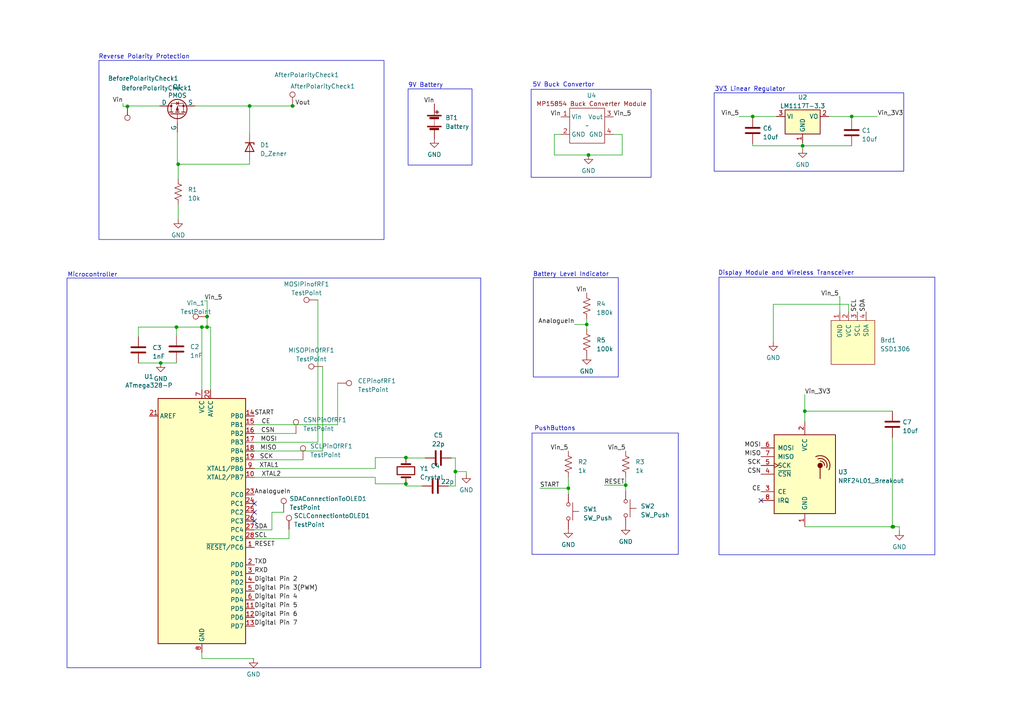
<source format=kicad_sch>
(kicad_sch (version 20230121) (generator eeschema)
  (paper "A4")
  (lib_symbols
    (symbol "Connector:TestPoint" (pin_numbers hide) (pin_names (offset 0.762) hide)
      (property "Reference" "TP" (at 0 6.858 0))
      (property "Value" "TestPoint" (at 0 5.08 0))
      (symbol "TestPoint_0_1"
        (circle (center 0 3.302) (radius 0.762))
      )
      (symbol "TestPoint_1_1"
        (pin passive line (at 0 0 90) (length 2.54) (name "1") (number "1"))
      )
    )
    (symbol "Device:Battery" (pin_numbers hide) (pin_names (offset 0) hide)
      (property "Reference" "BT" (at 2.54 2.54 0))
      (property "Value" "Battery" (at 2.54 0 0))
      (symbol "Battery_0_1"
        (rectangle (start -2.032 -1.397) (end 2.032 -1.651) (fill (type outline)))
        (rectangle (start -2.032 1.778) (end 2.032 1.524) (fill (type outline)))
        (rectangle (start -1.3208 -1.9812) (end 1.27 -2.4892) (fill (type outline)))
        (rectangle (start -1.3208 1.1938) (end 1.27 0.6858) (fill (type outline)))
        (polyline (pts (xy 0 -1.524) (xy 0 -1.27)))
        (polyline (pts (xy 0 -1.016) (xy 0 -0.762)))
        (polyline (pts (xy 0 -0.508) (xy 0 -0.254)))
        (polyline (pts (xy 0 0) (xy 0 0.254)))
        (polyline (pts (xy 0 0.508) (xy 0 0.762)))
        (polyline (pts (xy 0 1.778) (xy 0 2.54)))
        (polyline (pts (xy 0.254 2.667) (xy 1.27 2.667)) (stroke (width 0.254)))
        (polyline (pts (xy 0.762 3.175) (xy 0.762 2.159)) (stroke (width 0.254)))
      )
      (symbol "Battery_1_1"
        (pin passive line (at 0 5.08 270) (length 2.54) (name "+") (number "1"))
        (pin passive line (at 0 -5.08 90) (length 2.54) (name "-") (number "2"))
      )
    )
    (symbol "Device:C" (pin_numbers hide) (pin_names (offset 0.254))
      (property "Reference" "C" (at 0.635 2.54 0))
      (property "Value" "C" (at 0.635 -2.54 0))
      (symbol "C_0_1"
        (polyline (pts (xy -2.032 -0.762) (xy 2.032 -0.762)) (stroke (width 0.508)))
        (polyline (pts (xy -2.032 0.762) (xy 2.032 0.762)) (stroke (width 0.508)))
      )
      (symbol "C_1_1"
        (pin passive line (at 0 3.81 270) (length 2.794) (name "~") (number "1"))
        (pin passive line (at 0 -3.81 90) (length 2.794) (name "~") (number "2"))
      )
    )
    (symbol "Device:Crystal" (pin_numbers hide) (pin_names (offset 1.016) hide)
      (property "Reference" "Y" (at 0 3.81 0))
      (property "Value" "Crystal" (at 0 -3.81 0))
      (symbol "Crystal_0_1"
        (rectangle (start -1.143 2.54) (end 1.143 -2.54) (stroke (width 0.3048)))
        (polyline (pts (xy -2.54 0) (xy -1.905 0)))
        (polyline (pts (xy -1.905 -1.27) (xy -1.905 1.27)) (stroke (width 0.508)))
        (polyline (pts (xy 1.905 -1.27) (xy 1.905 1.27)) (stroke (width 0.508)))
        (polyline (pts (xy 2.54 0) (xy 1.905 0)))
      )
      (symbol "Crystal_1_1"
        (pin passive line (at -3.81 0 0) (length 1.27) (name "1") (number "1"))
        (pin passive line (at 3.81 0 180) (length 1.27) (name "2") (number "2"))
      )
    )
    (symbol "Device:D_Zener" (pin_numbers hide) (pin_names (offset 1.016) hide)
      (property "Reference" "D" (at 0 2.54 0))
      (property "Value" "D_Zener" (at 0 -2.54 0))
      (symbol "D_Zener_0_1"
        (polyline (pts (xy 1.27 0) (xy -1.27 0)))
        (polyline (pts (xy -1.27 -1.27) (xy -1.27 1.27) (xy -0.762 1.27)) (stroke (width 0.254)))
        (polyline (pts (xy 1.27 -1.27) (xy 1.27 1.27) (xy -1.27 0) (xy 1.27 -1.27)) (stroke (width 0.254)))
      )
      (symbol "D_Zener_1_1"
        (pin passive line (at -3.81 0 0) (length 2.54) (name "K") (number "1"))
        (pin passive line (at 3.81 0 180) (length 2.54) (name "A") (number "2"))
      )
    )
    (symbol "Device:R_US" (pin_numbers hide) (pin_names (offset 0))
      (property "Reference" "R" (at 2.54 0 90))
      (property "Value" "R_US" (at -2.54 0 90))
      (symbol "R_US_0_1"
        (polyline (pts (xy 0 -2.286) (xy 0 -2.54)))
        (polyline (pts (xy 0 2.286) (xy 0 2.54)))
        (polyline (pts (xy 0 -0.762) (xy 1.016 -1.143) (xy 0 -1.524) (xy -1.016 -1.905) (xy 0 -2.286)))
        (polyline (pts (xy 0 0.762) (xy 1.016 0.381) (xy 0 0) (xy -1.016 -0.381) (xy 0 -0.762)))
        (polyline (pts (xy 0 2.286) (xy 1.016 1.905) (xy 0 1.524) (xy -1.016 1.143) (xy 0 0.762)))
      )
      (symbol "R_US_1_1"
        (pin passive line (at 0 3.81 270) (length 1.27) (name "~") (number "1"))
        (pin passive line (at 0 -3.81 90) (length 1.27) (name "~") (number "2"))
      )
    )
    (symbol "EEE4113F:SSD1306" (pin_names (offset 1.016))
      (property "Reference" "Brd" (at 0 -3.81 0))
      (property "Value" "SSD1306" (at 0 -1.27 0))
      (symbol "SSD1306_0_1"
        (rectangle (start -6.35 6.35) (end 6.35 -6.35) (fill (type background)))
      )
      (symbol "SSD1306_1_1"
        (pin input line (at -3.81 8.89 270) (length 2.54) (name "GND") (number "1"))
        (pin input line (at -1.27 8.89 270) (length 2.54) (name "VCC") (number "2"))
        (pin input line (at 1.27 8.89 270) (length 2.54) (name "SCL") (number "3"))
        (pin input line (at 3.81 8.89 270) (length 2.54) (name "SDA") (number "4"))
      )
    )
    (symbol "MCU_Microchip_ATmega:ATmega328-P"
      (property "Reference" "U" (at -12.7 36.83 0))
      (property "Value" "ATmega328-P" (at 2.54 -36.83 0))
      (symbol "ATmega328-P_0_1"
        (rectangle (start -12.7 -35.56) (end 12.7 35.56) (stroke (width 0.254)) (fill (type background)))
      )
      (symbol "ATmega328-P_1_1"
        (pin bidirectional line (at 15.24 -7.62 180) (length 2.54) (name "~{RESET}/PC6") (number "1"))
        (pin bidirectional line (at 15.24 12.7 180) (length 2.54) (name "XTAL2/PB7") (number "10"))
        (pin bidirectional line (at 15.24 -25.4 180) (length 2.54) (name "PD5") (number "11"))
        (pin bidirectional line (at 15.24 -27.94 180) (length 2.54) (name "PD6") (number "12"))
        (pin bidirectional line (at 15.24 -30.48 180) (length 2.54) (name "PD7") (number "13"))
        (pin bidirectional line (at 15.24 30.48 180) (length 2.54) (name "PB0") (number "14"))
        (pin bidirectional line (at 15.24 27.94 180) (length 2.54) (name "PB1") (number "15"))
        (pin bidirectional line (at 15.24 25.4 180) (length 2.54) (name "PB2") (number "16"))
        (pin bidirectional line (at 15.24 22.86 180) (length 2.54) (name "PB3") (number "17"))
        (pin bidirectional line (at 15.24 20.32 180) (length 2.54) (name "PB4") (number "18"))
        (pin bidirectional line (at 15.24 17.78 180) (length 2.54) (name "PB5") (number "19"))
        (pin bidirectional line (at 15.24 -12.7 180) (length 2.54) (name "PD0") (number "2"))
        (pin power_in line (at 2.54 38.1 270) (length 2.54) (name "AVCC") (number "20"))
        (pin passive line (at -15.24 30.48 0) (length 2.54) (name "AREF") (number "21"))
        (pin passive line (at 0 -38.1 90) (length 2.54) hide (name "GND") (number "22"))
        (pin bidirectional line (at 15.24 7.62 180) (length 2.54) (name "PC0") (number "23"))
        (pin bidirectional line (at 15.24 5.08 180) (length 2.54) (name "PC1") (number "24"))
        (pin bidirectional line (at 15.24 2.54 180) (length 2.54) (name "PC2") (number "25"))
        (pin bidirectional line (at 15.24 0 180) (length 2.54) (name "PC3") (number "26"))
        (pin bidirectional line (at 15.24 -2.54 180) (length 2.54) (name "PC4") (number "27"))
        (pin bidirectional line (at 15.24 -5.08 180) (length 2.54) (name "PC5") (number "28"))
        (pin bidirectional line (at 15.24 -15.24 180) (length 2.54) (name "PD1") (number "3"))
        (pin bidirectional line (at 15.24 -17.78 180) (length 2.54) (name "PD2") (number "4"))
        (pin bidirectional line (at 15.24 -20.32 180) (length 2.54) (name "PD3") (number "5"))
        (pin bidirectional line (at 15.24 -22.86 180) (length 2.54) (name "PD4") (number "6"))
        (pin power_in line (at 0 38.1 270) (length 2.54) (name "VCC") (number "7"))
        (pin power_in line (at 0 -38.1 90) (length 2.54) (name "GND") (number "8"))
        (pin bidirectional line (at 15.24 15.24 180) (length 2.54) (name "XTAL1/PB6") (number "9"))
      )
    )
    (symbol "RF:NRF24L01_Breakout" (pin_names (offset 1.016))
      (property "Reference" "U" (at -8.89 12.7 0))
      (property "Value" "NRF24L01_Breakout" (at 3.81 12.7 0))
      (symbol "NRF24L01_Breakout_0_1"
        (rectangle (start -8.89 11.43) (end 8.89 -11.43) (stroke (width 0.254)) (fill (type background)))
        (polyline (pts (xy 4.445 1.905) (xy 4.445 -1.27)) (stroke (width 0.254)))
        (circle (center 4.445 2.54) (radius 0.635) (stroke (width 0.254)) (fill (type outline)))
        (arc (start 5.715 2.54) (mid 5.3521 3.4546) (end 4.445 3.81) (stroke (width 0.254)))
        (arc (start 6.35 1.905) (mid 5.8763 3.9854) (end 3.81 4.445) (stroke (width 0.254)))
        (arc (start 6.985 1.27) (mid 6.453 4.548) (end 3.175 5.08) (stroke (width 0.254)))
      )
      (symbol "NRF24L01_Breakout_1_1"
        (pin power_in line (at 0 -15.24 90) (length 3.81) (name "GND") (number "1"))
        (pin power_in line (at 0 15.24 270) (length 3.81) (name "VCC") (number "2"))
        (pin input line (at -12.7 -5.08 0) (length 3.81) (name "CE") (number "3"))
        (pin input line (at -12.7 0 0) (length 3.81) (name "~{CSN}") (number "4"))
        (pin input clock (at -12.7 2.54 0) (length 3.81) (name "SCK") (number "5"))
        (pin input line (at -12.7 7.62 0) (length 3.81) (name "MOSI") (number "6"))
        (pin output line (at -12.7 5.08 0) (length 3.81) (name "MISO") (number "7"))
        (pin output line (at -12.7 -7.62 0) (length 3.81) (name "IRQ") (number "8"))
      )
    )
    (symbol "Regulator_Linear:LM1117T-3.3"
      (property "Reference" "U" (at -3.81 3.175 0))
      (property "Value" "LM1117T-3.3" (at 0 3.175 0))
      (symbol "LM1117T-3.3_0_1"
        (rectangle (start -5.08 -5.08) (end 5.08 1.905) (stroke (width 0.254)) (fill (type background)))
      )
      (symbol "LM1117T-3.3_1_1"
        (pin power_in line (at 0 -7.62 90) (length 2.54) (name "GND") (number "1"))
        (pin power_out line (at 7.62 0 180) (length 2.54) (name "VO") (number "2"))
        (pin power_in line (at -7.62 0 0) (length 2.54) (name "VI") (number "3"))
      )
    )
    (symbol "Simulation_SPICE:PMOS" (pin_numbers hide) (pin_names (offset 0))
      (property "Reference" "Q" (at 5.08 1.27 0))
      (property "Value" "PMOS" (at 5.08 -1.27 0))
      (symbol "PMOS_0_1"
        (polyline (pts (xy 0.254 0) (xy -2.54 0)))
        (polyline (pts (xy 0.254 1.905) (xy 0.254 -1.905)) (stroke (width 0.254)))
        (polyline (pts (xy 0.762 -1.27) (xy 0.762 -2.286)) (stroke (width 0.254)))
        (polyline (pts (xy 0.762 0.508) (xy 0.762 -0.508)) (stroke (width 0.254)))
        (polyline (pts (xy 0.762 2.286) (xy 0.762 1.27)) (stroke (width 0.254)))
        (polyline (pts (xy 2.54 2.54) (xy 2.54 1.778)))
        (polyline (pts (xy 2.54 -2.54) (xy 2.54 0) (xy 0.762 0)))
        (polyline (pts (xy 0.762 1.778) (xy 3.302 1.778) (xy 3.302 -1.778) (xy 0.762 -1.778)))
        (polyline (pts (xy 2.286 0) (xy 1.27 0.381) (xy 1.27 -0.381) (xy 2.286 0)) (fill (type outline)))
        (polyline (pts (xy 2.794 -0.508) (xy 2.921 -0.381) (xy 3.683 -0.381) (xy 3.81 -0.254)))
        (polyline (pts (xy 3.302 -0.381) (xy 2.921 0.254) (xy 3.683 0.254) (xy 3.302 -0.381)))
        (circle (center 1.651 0) (radius 2.794) (stroke (width 0.254)))
        (circle (center 2.54 -1.778) (radius 0.254) (fill (type outline)))
        (circle (center 2.54 1.778) (radius 0.254) (fill (type outline)))
      )
      (symbol "PMOS_1_1"
        (pin passive line (at 2.54 5.08 270) (length 2.54) (name "D") (number "1"))
        (pin input line (at -5.08 0 0) (length 2.54) (name "G") (number "2"))
        (pin passive line (at 2.54 -5.08 90) (length 2.54) (name "S") (number "3"))
      )
    )
    (symbol "Switch:SW_Push" (pin_numbers hide) (pin_names (offset 1.016) hide)
      (property "Reference" "SW" (at 1.27 2.54 0))
      (property "Value" "SW_Push" (at 0 -1.524 0))
      (symbol "SW_Push_0_1"
        (circle (center -2.032 0) (radius 0.508))
        (polyline (pts (xy 0 1.27) (xy 0 3.048)))
        (polyline (pts (xy 2.54 1.27) (xy -2.54 1.27)))
        (circle (center 2.032 0) (radius 0.508))
        (pin passive line (at -5.08 0 0) (length 2.54) (name "1") (number "1"))
        (pin passive line (at 5.08 0 180) (length 2.54) (name "2") (number "2"))
      )
    )
    (symbol "TS-1187A-B-A-B:MP1584_module"
      (property "Reference" "U" (at 0 0 0))
      (symbol "MP1584_module_1_1"
        (rectangle (start -5.08 5.08) (end 5.08 -5.08))
        (text "MP15854 Buck Converter Module" (at 1.27 6.35 0) (effects (font (size 1.27 1.27))))
        (pin input line (at -7.62 2.54 0) (length 2.54) (name "Vin") (number "1"))
        (pin input line (at -7.62 -2.54 0) (length 2.54) (name "GND") (number "2"))
        (pin output line (at 7.62 2.54 180) (length 2.54) (name "Vout") (number "3"))
        (pin output line (at 7.62 -2.54 180) (length 2.54) (name "GND") (number "4"))
      )
    )
    (symbol "power:GND" (power) (pin_names (offset 0))
      (property "Value" "GND" (at 0 -3.81 0))
      (symbol "GND_0_1"
        (polyline (pts (xy 0 0) (xy 0 -1.27) (xy 1.27 -1.27) (xy 0 -2.54) (xy -1.27 -1.27) (xy 0 -1.27)))
      )
      (symbol "GND_1_1"
        (pin power_in line (at 0 0 270) (length 0) hide (name "GND") (number "1"))
      )
    )
  )
  (junction (at 60.071 91.821))
  (junction (at 181.483 140.716))
  (junction (at 117.729 140.335))
  (junction (at 46.609 105.283))
  (junction (at 36.957 30.861))
  (junction (at 218.313 33.782))
  (junction (at 232.791 42.291))
  (junction (at 60.071 94.869))
  (junction (at 51.181 94.869))
  (junction (at 58.547 94.869))
  (junction (at 247.015 33.782))
  (junction (at 259.08 152.781))
  (junction (at 132.08 136.779))
  (junction (at 164.846 141.605))
  (junction (at 170.688 44.958))
  (junction (at 117.729 132.715))
  (junction (at 258.826 152.781))
  (junction (at 170.18 94.107))
  (junction (at 258.953 152.781))
  (junction (at 233.426 119.253))
  (junction (at 51.689 47.625))
  (junction (at 72.39 30.734))
  (junction (at 84.836 30.734))
  (no_connect (at 73.787 151.13))
  (no_connect (at 73.787 148.59))
  (no_connect (at 73.787 146.05))
  (no_connect (at 220.726 145.161))
  (wire (pts (xy 58.547 94.869) (xy 60.071 94.869)))
  (wire (pts (xy 58.547 189.23) (xy 58.547 191.008)))
  (wire (pts (xy 78.867 148.59) (xy 82.296 148.59)))
  (wire (pts (xy 73.787 123.19) (xy 97.917 123.19)))
  (wire (pts (xy 93.599 130.81) (xy 93.599 106.299)))
  (wire (pts (xy 162.687 38.989) (xy 160.782 38.989)))
  (wire (pts (xy 51.181 97.409) (xy 51.181 94.869)))
  (wire (pts (xy 260.858 152.781) (xy 260.858 154.051)))
  (wire (pts (xy 83.82 153.543) (xy 83.82 156.21)))
  (wire (pts (xy 160.782 38.989) (xy 160.782 44.958)))
  (wire (pts (xy 233.426 119.253) (xy 258.826 119.253)))
  (wire (pts (xy 170.688 44.958) (xy 180.467 44.958)))
  (wire (pts (xy 258.953 152.908) (xy 258.953 152.781)))
  (wire (pts (xy 51.435 38.354) (xy 51.435 47.625)))
  (wire (pts (xy 51.181 94.869) (xy 40.132 94.869)))
  (wire (pts (xy 180.467 44.958) (xy 180.467 38.989)))
  (wire (pts (xy 243.332 86.106) (xy 243.586 86.106)))
  (wire (pts (xy 166.624 94.107) (xy 170.18 94.107)))
  (wire (pts (xy 218.313 33.782) (xy 225.171 33.782)))
  (wire (pts (xy 177.927 38.989) (xy 180.467 38.989)))
  (wire (pts (xy 60.071 94.869) (xy 60.071 91.821)))
  (wire (pts (xy 40.132 94.869) (xy 40.132 97.663)))
  (wire (pts (xy 214.376 33.782) (xy 218.313 33.782)))
  (wire (pts (xy 40.132 105.283) (xy 46.609 105.283)))
  (wire (pts (xy 240.411 33.782) (xy 247.015 33.782)))
  (wire (pts (xy 132.08 136.779) (xy 132.08 140.97)))
  (wire (pts (xy 258.826 126.873) (xy 258.826 152.781)))
  (wire (pts (xy 218.313 33.782) (xy 218.313 34.036)))
  (wire (pts (xy 51.181 105.283) (xy 46.609 105.283)))
  (wire (pts (xy 135.255 137.541) (xy 135.255 136.779)))
  (wire (pts (xy 58.547 94.869) (xy 58.547 113.03)))
  (wire (pts (xy 72.39 30.734) (xy 84.836 30.734)))
  (wire (pts (xy 83.82 156.21) (xy 73.787 156.21)))
  (wire (pts (xy 224.282 88.265) (xy 224.282 99.187)))
  (wire (pts (xy 78.867 153.67) (xy 78.867 148.59)))
  (wire (pts (xy 73.787 133.35) (xy 87.884 133.35)))
  (wire (pts (xy 135.255 136.779) (xy 132.08 136.779)))
  (wire (pts (xy 73.787 130.81) (xy 93.599 130.81)))
  (wire (pts (xy 56.515 30.734) (xy 72.39 30.734)))
  (wire (pts (xy 233.426 152.781) (xy 258.826 152.781)))
  (wire (pts (xy 164.846 141.605) (xy 164.846 143.256)))
  (wire (pts (xy 232.791 42.291) (xy 232.791 43.18)))
  (wire (pts (xy 218.313 42.291) (xy 232.791 42.291)))
  (wire (pts (xy 84.836 30.734) (xy 85.598 30.734)))
  (wire (pts (xy 60.071 87.249) (xy 59.309 87.249)))
  (wire (pts (xy 36.957 30.861) (xy 37.211 30.861)))
  (wire (pts (xy 108.839 135.89) (xy 73.787 135.89)))
  (wire (pts (xy 254.508 33.782) (xy 247.015 33.782)))
  (wire (pts (xy 117.729 132.842) (xy 117.729 132.715)))
  (wire (pts (xy 156.591 141.605) (xy 164.846 141.605)))
  (wire (pts (xy 132.08 136.779) (xy 132.08 132.842)))
  (wire (pts (xy 108.839 132.715) (xy 117.729 132.715)))
  (wire (pts (xy 73.533 191.008) (xy 58.547 191.008)))
  (wire (pts (xy 51.435 47.625) (xy 51.689 47.625)))
  (wire (pts (xy 92.202 86.995) (xy 92.202 128.27)))
  (wire (pts (xy 72.39 46.482) (xy 72.39 47.625)))
  (wire (pts (xy 160.782 44.958) (xy 170.688 44.958)))
  (wire (pts (xy 259.08 152.781) (xy 260.858 152.781)))
  (wire (pts (xy 73.787 125.73) (xy 85.852 125.73)))
  (wire (pts (xy 51.689 63.627) (xy 51.689 59.436)))
  (wire (pts (xy 218.313 41.656) (xy 218.313 42.291)))
  (wire (pts (xy 92.202 128.27) (xy 73.787 128.27)))
  (wire (pts (xy 108.839 140.335) (xy 117.729 140.335)))
  (wire (pts (xy 51.181 105.029) (xy 51.181 105.283)))
  (wire (pts (xy 122.428 140.97) (xy 117.729 140.97)))
  (wire (pts (xy 243.586 90.424) (xy 243.586 86.106)))
  (wire (pts (xy 175.26 140.716) (xy 181.483 140.716)))
  (wire (pts (xy 108.839 138.43) (xy 73.787 138.43)))
  (wire (pts (xy 181.483 138.43) (xy 181.483 140.716)))
  (wire (pts (xy 72.39 30.734) (xy 72.39 38.862)))
  (wire (pts (xy 130.048 140.97) (xy 132.08 140.97)))
  (wire (pts (xy 130.937 132.842) (xy 132.08 132.842)))
  (wire (pts (xy 35.687 30.861) (xy 36.957 30.861)))
  (wire (pts (xy 232.791 41.402) (xy 232.791 42.291)))
  (wire (pts (xy 259.08 153.289) (xy 259.08 152.781)))
  (wire (pts (xy 247.015 42.291) (xy 232.791 42.291)))
  (wire (pts (xy 233.426 114.427) (xy 233.426 119.253)))
  (wire (pts (xy 51.181 94.869) (xy 58.547 94.869)))
  (wire (pts (xy 170.18 94.107) (xy 170.18 95.504)))
  (wire (pts (xy 51.689 51.816) (xy 51.689 47.625)))
  (wire (pts (xy 181.483 140.716) (xy 181.483 142.367)))
  (wire (pts (xy 170.18 92.583) (xy 170.18 94.107)))
  (wire (pts (xy 164.846 138.43) (xy 164.846 141.605)))
  (wire (pts (xy 60.071 94.869) (xy 61.087 94.869)))
  (wire (pts (xy 97.917 111.125) (xy 97.917 123.19)))
  (wire (pts (xy 108.839 138.43) (xy 108.839 140.335)))
  (wire (pts (xy 51.689 47.625) (xy 72.39 47.625)))
  (wire (pts (xy 233.426 119.253) (xy 233.426 122.301)))
  (wire (pts (xy 117.729 132.842) (xy 123.317 132.842)))
  (wire (pts (xy 258.826 152.781) (xy 258.953 152.781)))
  (wire (pts (xy 246.126 90.424) (xy 246.126 88.265)))
  (wire (pts (xy 108.839 132.715) (xy 108.839 135.89)))
  (wire (pts (xy 61.087 113.03) (xy 61.087 94.869)))
  (wire (pts (xy 117.729 140.97) (xy 117.729 140.335)))
  (wire (pts (xy 37.211 30.861) (xy 37.211 30.734)))
  (wire (pts (xy 246.126 88.265) (xy 224.282 88.265)))
  (wire (pts (xy 247.015 33.782) (xy 247.015 34.671)))
  (wire (pts (xy 37.211 30.734) (xy 46.355 30.734)))
  (wire (pts (xy 73.787 153.67) (xy 78.867 153.67)))
  (wire (pts (xy 35.687 29.972) (xy 35.687 30.861)))
  (wire (pts (xy 60.071 91.821) (xy 60.071 87.249)))
  (wire (pts (xy 258.953 152.781) (xy 259.08 152.781)))
  (rectangle (start 207.137 26.924) (end 262.128 49.657))
  (rectangle (start 154.305 125.603) (end 196.723 160.782))
  (rectangle (start 208.534 80.391) (end 271.145 160.909))
  (rectangle (start 28.702 17.526) (end 111.379 69.469))
  (rectangle (start 118.364 25.781) (end 136.906 47.879))
  (rectangle (start 154.051 25.908) (end 188.849 51.435))
  (rectangle (start 154.686 80.518) (end 179.324 109.347))
  (text_box "" (at 19.431 80.645 0) (size 120.015 113.03) (effects (font (size 1.27 1.27)) (justify left top)))
  (text "Reverse Polarity Protection" (at 28.575 17.272 0) (effects (font (size 1.27 1.27)) (justify left bottom)))
  (text "3V3 Linear Regulator\n" (at 207.264 26.67 0) (effects (font (size 1.27 1.27)) (justify left bottom)))
  (text "Microcontroller" (at 19.558 80.518 0) (effects (font (size 1.27 1.27)) (justify left bottom)))
  (text "Display Module and Wireless Transceiver" (at 208.28 80.01 0) (effects (font (size 1.27 1.27)) (justify left bottom)))
  (text "PushButtons" (at 154.94 125.095 0) (effects (font (size 1.27 1.27)) (justify left bottom)))
  (text "9V Battery\n" (at 118.364 25.527 0) (effects (font (size 1.27 1.27)) (justify left bottom)))
  (text "5V Buck Convertor" (at 154.432 25.4 0) (effects (font (size 1.27 1.27)) (justify left bottom)))
  (text "Battery Level Indicator" (at 154.559 80.391 0) (effects (font (size 1.27 1.27)) (justify left bottom)))
  (label "CE" (at 220.726 142.621 180))
  (label "RXD" (at 73.787 166.37 0))
  (label "Vin_5" (at 164.846 130.81 180))
  (label "CSN" (at 75.692 125.73 0))
  (label "TXD" (at 73.787 163.83 0))
  (label "RESET" (at 73.787 158.75 0))
  (label "Vin" (at 170.18 84.963 180))
  (label "Digital Pin 7" (at 73.787 181.61 0))
  (label "AnalogueIn" (at 166.624 94.107 180))
  (label "Vin_5" (at 243.332 86.106 180))
  (label "SCK" (at 220.726 135.001 180))
  (label "START" (at 156.591 141.605 0))
  (label "RESET" (at 175.26 140.716 0))
  (label "Vin_5" (at 181.483 130.81 180))
  (label "Vin" (at 35.687 29.972 180))
  (label "Vin_5" (at 177.927 33.909 0))
  (label "Vin_3V3" (at 233.426 114.554 0))
  (label "XTAL1" (at 75.184 135.89 0))
  (label "CE" (at 75.819 123.19 0))
  (label "MOSI" (at 75.565 128.27 0))
  (label "CSN" (at 220.726 137.541 180))
  (label "MOSI" (at 220.726 129.921 180))
  (label "Digital Pin 2" (at 73.787 168.91 0))
  (label "Digital Pin 6" (at 73.787 179.07 0))
  (label "Vin_5" (at 214.376 33.782 180))
  (label "AnalogueIn" (at 73.787 143.51 0))
  (label "SDA" (at 73.787 153.67 0))
  (label "MISO" (at 75.438 130.81 0))
  (label "Vout" (at 85.598 30.734 0))
  (label "Digital Pin 5" (at 73.787 176.53 0))
  (label "SDA" (at 251.206 90.424 90))
  (label "SCL" (at 248.666 90.424 90))
  (label "SCL" (at 73.787 156.21 0))
  (label "Vin" (at 125.984 30.099 180))
  (label "START" (at 73.787 120.65 0))
  (label "MISO" (at 220.726 132.461 180))
  (label "Vin_3V3" (at 254.508 33.782 0))
  (label "SCK" (at 75.311 133.35 0))
  (label "Vin_5" (at 59.309 87.249 0))
  (label "Digital Pin 4" (at 73.787 173.99 0))
  (label "XTAL2" (at 75.819 138.43 0))
  (label "Vin" (at 162.687 33.909 180))
  (label "Digital Pin 3(PWM)" (at 73.787 171.45 0))
  (symbol (lib_id "power:GND") (at 232.791 43.18 0) (unit 1)
    (property "Reference" "#PWR05" (effects hide))
    (property "Value" "GND" (at 232.791 47.752 0))
  )
  (symbol (lib_id "power:GND") (at 125.984 40.259 0) (unit 1)
    (property "Reference" "#PWR06" (effects hide))
    (property "Value" "GND" (at 125.984 44.831 0))
  )
  (symbol (lib_id "EEE4113F:SSD1306") (at 247.396 99.314 0) (unit 1)
    (property "Reference" "Brd1" (at 255.27 98.679 0) (effects (justify left)))
    (property "Value" "SSD1306" (at 255.27 101.219 0) (effects (justify left)))
  )
  (symbol (lib_id "Device:C") (at 258.826 123.063 0) (unit 1)
    (property "Reference" "C7" (at 261.747 122.428 0) (effects (justify left)))
    (property "Value" "10uf" (at 261.747 124.968 0) (effects (justify left)))
    (property "Footprint" "Capacitor_THT:C_Disc_D5.0mm_W2.5mm_P5.00mm" (effects hide))
    (property "JLCPCB Part Number" "C1804" (effects hide))
  )
  (symbol (lib_id "Connector:TestPoint") (at 60.071 91.821 90) (unit 1)
    (property "Reference" "Vin_1" (at 56.769 87.884 90))
    (property "Value" "TestPoint" (at 56.769 90.424 90))
    (property "Footprint" "TestPoint:TestPoint_Pad_D2.0mm" (effects hide))
  )
  (symbol (lib_id "Connector:TestPoint") (at 87.884 133.35 0) (unit 1)
    (property "Reference" "SCLPinOfRF1" (at 89.916 129.413 0) (effects (justify left)))
    (property "Value" "TestPoint" (at 89.916 131.953 0) (effects (justify left)))
    (property "Footprint" "TestPoint:TestPoint_Pad_D2.0mm" (effects hide))
  )
  (symbol (lib_id "power:GND") (at 46.609 105.283 0) (unit 1)
    (property "Reference" "#PWR01" (effects hide))
    (property "Value" "GND" (at 46.609 109.855 0))
  )
  (symbol (lib_id "Device:Battery") (at 125.984 35.179 0) (unit 1)
    (property "Reference" "BT1" (at 129.159 34.163 0) (effects (justify left)))
    (property "Value" "Battery" (at 129.159 36.703 0) (effects (justify left)))
  )
  (symbol (lib_id "Device:C") (at 51.181 101.219 0) (unit 1)
    (property "Reference" "C2" (at 55.118 100.584 0) (effects (justify left)))
    (property "Value" "1nF" (at 55.118 103.124 0) (effects (justify left)))
    (property "Footprint" "Capacitor_THT:C_Rect_L7.0mm_W2.5mm_P5.00mm" (effects hide))
    (property "JLCPCB Part Number" "C1848" (effects hide))
  )
  (symbol (lib_id "Device:C") (at 247.015 38.481 0) (unit 1)
    (property "Reference" "C1" (at 249.936 37.846 0) (effects (justify left)))
    (property "Value" "10uf" (at 249.936 40.386 0) (effects (justify left)))
    (property "Footprint" "Capacitor_THT:C_Disc_D5.0mm_W2.5mm_P5.00mm" (effects hide))
    (property "JLCPCB Part Number" "C1804" (effects hide))
  )
  (symbol (lib_id "Connector:TestPoint") (at 93.599 106.299 90) (unit 1)
    (property "Reference" "MISOPinOfRF1" (at 90.297 101.6 90))
    (property "Value" "TestPoint" (at 90.297 104.14 90))
    (property "Footprint" "TestPoint:TestPoint_Pad_D2.0mm" (effects hide))
  )
  (symbol (lib_id "Device:C") (at 218.313 37.846 0) (unit 1)
    (property "Reference" "C6" (at 221.234 37.211 0) (effects (justify left)))
    (property "Value" "10uf" (at 221.234 39.751 0) (effects (justify left)))
    (property "Footprint" "Capacitor_THT:C_Disc_D5.0mm_W2.5mm_P5.00mm" (effects hide))
    (property "JLCPCB Part Number" "C1804" (effects hide))
  )
  (symbol (lib_id "power:GND") (at 164.846 153.416 0) (unit 1)
    (property "Reference" "#PWR09" (effects hide))
    (property "Value" "GND" (at 164.846 157.988 0))
  )
  (symbol (lib_id "Connector:TestPoint") (at 83.82 153.543 0) (unit 1)
    (property "Reference" "SCLConnectiontoOLED1" (at 85.217 149.606 0) (effects (justify left)))
    (property "Value" "TestPoint" (at 85.217 152.146 0) (effects (justify left)))
    (property "Footprint" "TestPoint:TestPoint_Pad_D2.0mm" (effects hide))
  )
  (symbol (lib_id "Connector:TestPoint") (at 36.957 30.861 180) (unit 1)
    (property "Reference" "BeforePolarityCheck1" (at 35.179 25.527 0) (effects (justify right)))
    (property "Value" "    BeforePolarityCheck1" (at 27.432 22.733 0) (effects (justify right)))
    (property "Footprint" "TestPoint:TestPoint_Pad_D2.0mm" (effects hide))
    (property "JLCPCB Part Number" "N/A" (effects hide))
  )
  (symbol (lib_id "power:GND") (at 73.533 191.008 0) (unit 1)
    (property "Reference" "#PWR03" (effects hide))
    (property "Value" "GND" (at 73.533 195.58 0))
  )
  (symbol (lib_id "Connector:TestPoint") (at 82.296 148.59 0) (unit 1)
    (property "Reference" "SDAConnectionToOLED1" (at 83.947 144.653 0) (effects (justify left)))
    (property "Value" "TestPoint" (at 83.947 147.193 0) (effects (justify left)))
    (property "Footprint" "TestPoint:TestPoint_Pad_D2.0mm" (effects hide))
  )
  (symbol (lib_id "power:GND") (at 51.689 63.627 0) (unit 1)
    (property "Reference" "#PWR04" (effects hide))
    (property "Value" "GND" (at 51.689 68.199 0))
  )
  (symbol (lib_id "Device:C") (at 126.238 140.97 270) (unit 1)
    (property "Reference" "C4" (at 126.238 135.128 90))
    (property "Value" "22p" (at 129.794 139.7 90))
    (property "Footprint" "Capacitor_THT:C_Disc_D5.0mm_W2.5mm_P5.00mm" (effects hide))
    (property "JLCPCB Part Number" "C1804" (effects hide))
  )
  (symbol (lib_id "Device:Crystal") (at 117.729 136.525 270) (unit 1)
    (property "Reference" "Y1" (at 121.793 135.89 90) (effects (justify left)))
    (property "Value" "Crystal" (at 121.793 138.43 90) (effects (justify left)))
    (property "Footprint" "Crystal:Crystal_HC49-U_Vertical" (effects hide))
  )
  (symbol (lib_id "Device:R_US") (at 170.18 99.314 0) (unit 1)
    (property "Reference" "R5" (at 172.974 98.679 0) (effects (justify left)))
    (property "Value" "100k" (at 172.974 101.219 0) (effects (justify left)))
    (property "Footprint" "Resistor_THT:R_Axial_DIN0207_L6.3mm_D2.5mm_P10.16mm_Horizontal" (effects hide))
  )
  (symbol (lib_id "Switch:SW_Push") (at 164.846 148.336 270) (unit 1)
    (property "Reference" "SW1" (at 169.164 147.701 90) (effects (justify left)))
    (property "Value" "SW_Push" (at 169.164 150.241 90) (effects (justify left)))
  )
  (symbol (lib_id "Regulator_Linear:LM1117T-3.3") (at 232.791 33.782 0) (unit 1)
    (property "Reference" "U2" (at 232.791 28.194 0))
    (property "Value" "LM1117T-3.3" (at 232.791 30.734 0))
    (property "Footprint" "Package_TO_SOT_THT:TO-220-3_Horizontal_TabDown" (effects hide))
    (property "Datasheet" "http://www.ti.com/lit/ds/symlink/lm1117.pdf" (effects hide))
  )
  (symbol (lib_id "power:GND") (at 170.688 44.958 0) (unit 1)
    (property "Reference" "#PWR012" (effects hide))
    (property "Value" "GND" (at 170.688 49.53 0))
  )
  (symbol (lib_id "power:GND") (at 170.18 103.124 0) (unit 1)
    (property "Reference" "#PWR011" (effects hide))
    (property "Value" "GND" (at 170.18 107.696 0))
  )
  (symbol (lib_id "Device:D_Zener") (at 72.39 42.672 270) (unit 1)
    (property "Reference" "D1" (at 75.438 42.037 90) (effects (justify left)))
    (property "Value" "D_Zener" (at 75.438 44.577 90) (effects (justify left)))
    (property "Footprint" "Diode_THT:D_DO-35_SOD27_P12.70mm_Horizontal" (effects hide))
  )
  (symbol (lib_id "power:GND") (at 260.858 154.051 0) (unit 1)
    (property "Reference" "#PWR08" (effects hide))
    (property "Value" "GND" (at 260.858 158.623 0))
  )
  (symbol (lib_id "Device:R_US") (at 181.483 134.62 0) (unit 1)
    (property "Reference" "R3" (at 184.277 133.985 0) (effects (justify left)))
    (property "Value" "1k" (at 184.277 136.525 0) (effects (justify left)))
    (property "Footprint" "Resistor_THT:R_Axial_DIN0207_L6.3mm_D2.5mm_P10.16mm_Horizontal" (effects hide))
  )
  (symbol (lib_id "TS-1187A-B-A-B:MP1584_module") (at 170.307 36.449 0) (unit 1)
    (property "Reference" "U4" (at 171.577 27.686 0))
    (property "Value" "~" (at 170.307 36.449 0))
  )
  (symbol (lib_id "Connector:TestPoint") (at 84.836 30.734 0) (unit 1)
    (property "Reference" "AfterPolarityCheck1" (at 84.201 25.019 0) (effects (justify left)))
    (property "Value" "    AfterPolarityCheck1" (at 75.692 21.717 0) (effects (justify left)))
    (property "Footprint" "TestPoint:TestPoint_Pad_D2.0mm" (effects hide))
    (property "JLCPCB Part Number" "N/A" (effects hide))
  )
  (symbol (lib_id "Device:R_US") (at 170.18 88.773 0) (unit 1)
    (property "Reference" "R4" (at 172.974 88.138 0) (effects (justify left)))
    (property "Value" "180k" (at 172.974 90.678 0) (effects (justify left)))
    (property "Footprint" "Resistor_THT:R_Axial_DIN0207_L6.3mm_D2.5mm_P10.16mm_Horizontal" (effects hide))
  )
  (symbol (lib_id "MCU_Microchip_ATmega:ATmega328-P") (at 58.547 151.13 0) (unit 1)
    (property "Reference" "U1" (at 43.18 109.22 0))
    (property "Value" "ATmega328-P" (at 43.18 111.76 0))
    (property "Footprint" "Package_DIP:DIP-28_W7.62mm_Socket_LongPads" (effects hide))
    (property "Datasheet" "http://ww1.microchip.com/downloads/en/DeviceDoc/ATmega328_P%20AVR%20MCU%20with%20picoPower%20Technology%20Data%20Sheet%2040001984A.pdf" (effects hide))
  )
  (symbol (lib_id "RF:NRF24L01_Breakout") (at 233.426 137.541 0) (unit 1)
    (property "Reference" "U3" (at 243.078 136.906 0) (effects (justify left)))
    (property "Value" "NRF24L01_Breakout" (at 243.078 139.446 0) (effects (justify left)))
    (property "Footprint" "RF_Module:nRF24L01_Breakout" (effects hide))
    (property "Datasheet" "http://www.nordicsemi.com/eng/content/download/2730/34105/file/nRF24L01_Product_Specification_v2_0.pdf" (effects hide))
  )
  (symbol (lib_id "power:GND") (at 224.282 99.187 0) (unit 1)
    (property "Reference" "#PWR07" (effects hide))
    (property "Value" "GND" (at 224.282 103.759 0))
  )
  (symbol (lib_id "Connector:TestPoint") (at 85.852 125.73 0) (unit 1)
    (property "Reference" "CSNPinOfRF1" (at 87.884 121.793 0) (effects (justify left)))
    (property "Value" "TestPoint" (at 87.884 124.333 0) (effects (justify left)))
    (property "Footprint" "TestPoint:TestPoint_Pad_D2.0mm" (effects hide))
  )
  (symbol (lib_id "Connector:TestPoint") (at 92.202 86.995 90) (unit 1)
    (property "Reference" "MOSIPinofRF1" (at 88.9 82.423 90))
    (property "Value" "TestPoint" (at 88.9 84.963 90))
    (property "Footprint" "TestPoint:TestPoint_Pad_D2.0mm" (effects hide))
  )
  (symbol (lib_id "Device:C") (at 127.127 132.842 90) (unit 1)
    (property "Reference" "C5" (at 127.127 126.238 90))
    (property "Value" "22p" (at 127.127 128.778 90))
    (property "Footprint" "Capacitor_THT:C_Disc_D5.0mm_W2.5mm_P5.00mm" (effects hide))
    (property "JLCPCB Part Number" "C1804" (effects hide))
  )
  (symbol (lib_id "power:GND") (at 135.255 137.541 0) (unit 1)
    (property "Reference" "#PWR02" (effects hide))
    (property "Value" "GND" (at 135.255 142.113 0))
  )
  (symbol (lib_id "Switch:SW_Push") (at 181.483 147.447 270) (unit 1)
    (property "Reference" "SW2" (at 185.801 146.812 90) (effects (justify left)))
    (property "Value" "SW_Push" (at 185.801 149.352 90) (effects (justify left)))
  )
  (symbol (lib_id "power:GND") (at 181.483 152.527 0) (unit 1)
    (property "Reference" "#PWR010" (effects hide))
    (property "Value" "GND" (at 181.483 157.099 0))
  )
  (symbol (lib_id "Device:C") (at 40.132 101.473 0) (unit 1)
    (property "Reference" "C3" (at 44.196 100.838 0) (effects (justify left)))
    (property "Value" "1nF" (at 44.196 103.378 0) (effects (justify left)))
    (property "Footprint" "Capacitor_THT:C_Rect_L7.0mm_W2.5mm_P5.00mm" (effects hide))
    (property "JLCPCB Part Number" "C1848" (effects hide))
  )
  (symbol (lib_id "Device:R_US") (at 51.689 55.626 0) (unit 1)
    (property "Reference" "R1" (at 54.483 54.991 0) (effects (justify left)))
    (property "Value" "10k" (at 54.483 57.531 0) (effects (justify left)))
    (property "Footprint" "Resistor_THT:R_Axial_DIN0207_L6.3mm_D2.5mm_P10.16mm_Horizontal" (effects hide))
  )
  (symbol (lib_id "Simulation_SPICE:PMOS") (at 51.435 33.274 90) (unit 1)
    (property "Reference" "Q1" (at 51.435 25.146 90))
    (property "Value" "PMOS" (at 51.435 27.686 90))
    (property "Footprint" "Package_TO_SOT_SMD:SOT-23" (effects hide))
    (property "Datasheet" "https://ngspice.sourceforge.io/docs/ngspice-manual.pdf" (effects hide))
    (property "JLCPCB Part Number" "C10487" (effects hide))
  )
  (symbol (lib_id "Device:R_US") (at 164.846 134.62 0) (unit 1)
    (property "Reference" "R2" (at 167.64 133.985 0) (effects (justify left)))
    (property "Value" "1k" (at 167.64 136.525 0) (effects (justify left)))
    (property "Footprint" "Resistor_THT:R_Axial_DIN0207_L6.3mm_D2.5mm_P10.16mm_Horizontal" (effects hide))
  )
  (symbol (lib_id "Connector:TestPoint") (at 97.917 111.125 270) (unit 1)
    (property "Reference" "CEPinofRF1" (at 103.759 110.49 90) (effects (justify left)))
    (property "Value" "TestPoint" (at 103.759 113.03 90) (effects (justify left)))
    (property "Footprint" "TestPoint:TestPoint_Pad_D2.0mm" (effects hide))
  )
)
</source>
